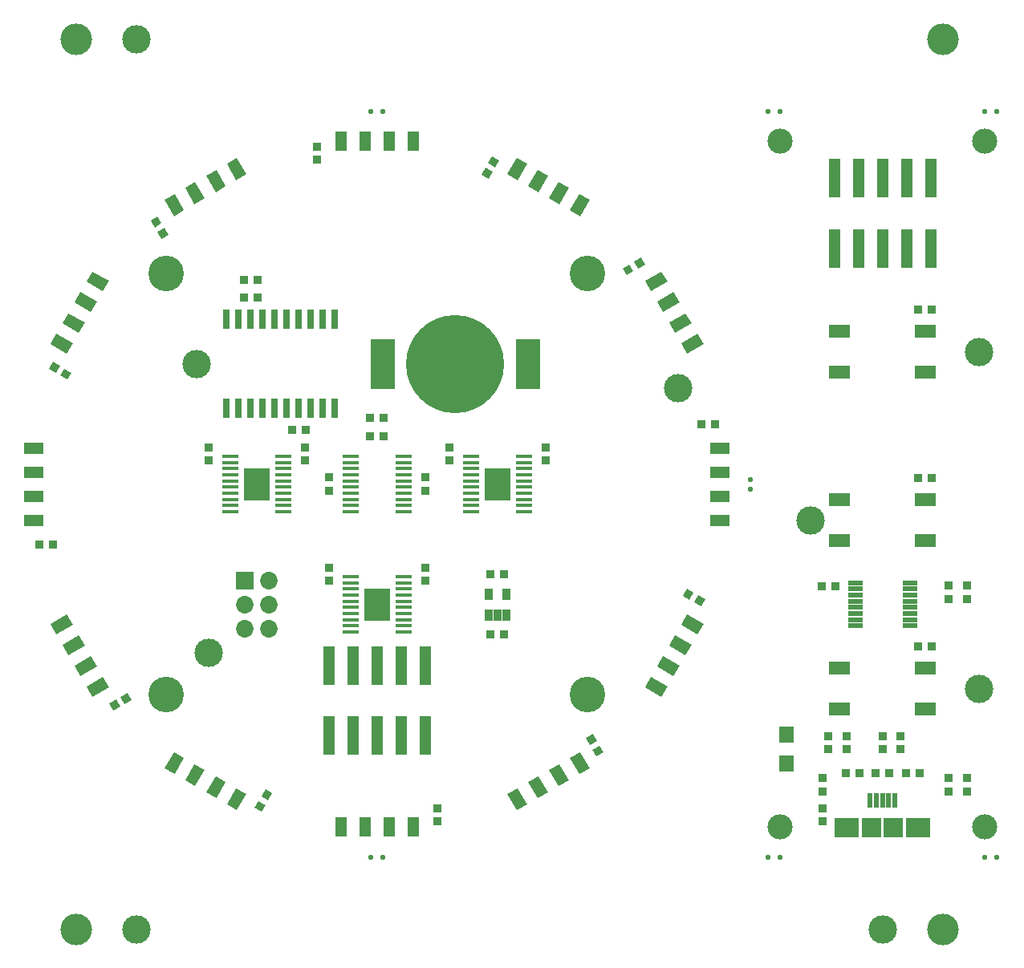
<source format=gbr>
G04 (created by PCBNEW (2013-07-07 BZR 4022)-stable) date 11/9/2013 7:35:54 PM*
%MOIN*%
G04 Gerber Fmt 3.4, Leading zero omitted, Abs format*
%FSLAX34Y34*%
G01*
G70*
G90*
G04 APERTURE LIST*
%ADD10C,0.006*%
%ADD11C,0.104425*%
%ADD12R,0.0453701X0.159543*%
%ADD13C,0.021*%
%ADD14C,0.147732*%
%ADD15R,0.0335591X0.0335591*%
%ADD16R,0.0886772X0.0571811*%
%ADD17R,0.0611181X0.0709606*%
%ADD18C,0.407575*%
%ADD19R,0.104425X0.206787*%
%ADD20R,0.0729291X0.0729291*%
%ADD21C,0.0729291*%
%ADD22R,0.0685039X0.0173228*%
%ADD23R,0.109134X0.135906*%
%ADD24R,0.023622X0.0629921*%
%ADD25R,0.0984252X0.0826772*%
%ADD26R,0.0787402X0.0826772*%
%ADD27R,0.0268661X0.0839528*%
%ADD28R,0.0334646X0.0496063*%
%ADD29R,0.0611X0.0198*%
%ADD30R,0.0788346X0.0493071*%
%ADD31R,0.0493071X0.0788346*%
%ADD32C,0.131*%
%ADD33C,0.11811*%
G04 APERTURE END LIST*
G54D10*
G54D11*
X40250Y6750D03*
X31750Y6750D03*
X40250Y35250D03*
X31750Y35250D03*
G54D12*
X17000Y13456D03*
X17000Y10543D03*
X16000Y13456D03*
X16000Y10543D03*
X15000Y13456D03*
X15000Y10543D03*
X14000Y13456D03*
X14000Y10543D03*
X13000Y13456D03*
X13000Y10543D03*
X34000Y30793D03*
X34000Y33706D03*
X35000Y30793D03*
X35000Y33706D03*
X36000Y30793D03*
X36000Y33706D03*
X37000Y30793D03*
X37000Y33706D03*
X38000Y30793D03*
X38000Y33706D03*
G54D13*
X30500Y21200D03*
X30500Y20800D03*
G54D14*
X6250Y29750D03*
G54D15*
X33500Y6974D03*
X33500Y7525D03*
X33500Y8224D03*
X33500Y8775D03*
G54D16*
X34208Y13346D03*
X37791Y11653D03*
X34208Y11653D03*
X37791Y13346D03*
X34208Y20346D03*
X37791Y18653D03*
X34208Y18653D03*
X37791Y20346D03*
X34208Y27346D03*
X37791Y25653D03*
X34208Y25653D03*
X37791Y27346D03*
G54D15*
X9474Y28750D03*
X10025Y28750D03*
G54D14*
X23750Y12250D03*
X6250Y12250D03*
X23750Y29750D03*
G54D17*
X32000Y10600D03*
X32000Y9399D03*
G54D18*
X18250Y26000D03*
G54D19*
X15238Y26000D03*
X21261Y26000D03*
G54D10*
G36*
X5592Y31960D02*
X5883Y32127D01*
X6051Y31837D01*
X5760Y31669D01*
X5592Y31960D01*
X5592Y31960D01*
G37*
G36*
X5868Y31482D02*
X6159Y31650D01*
X6327Y31359D01*
X6036Y31192D01*
X5868Y31482D01*
X5868Y31482D01*
G37*
G36*
X1372Y25786D02*
X1539Y26077D01*
X1830Y25909D01*
X1662Y25618D01*
X1372Y25786D01*
X1372Y25786D01*
G37*
G36*
X1849Y25510D02*
X2017Y25801D01*
X2307Y25633D01*
X2140Y25342D01*
X1849Y25510D01*
X1849Y25510D01*
G37*
G54D15*
X37474Y14250D03*
X38025Y14250D03*
X35025Y9000D03*
X34474Y9000D03*
X34500Y9974D03*
X34500Y10525D03*
X33750Y10525D03*
X33750Y9974D03*
X37525Y9000D03*
X36974Y9000D03*
X35724Y9000D03*
X36275Y9000D03*
X36000Y9974D03*
X36000Y10525D03*
X974Y18500D03*
X1525Y18500D03*
X33474Y16750D03*
X34025Y16750D03*
X38750Y16775D03*
X38750Y16224D03*
X39500Y16775D03*
X39500Y16224D03*
X10025Y29500D03*
X9474Y29500D03*
X11474Y23250D03*
X12025Y23250D03*
X8000Y22525D03*
X8000Y21974D03*
X18000Y21974D03*
X18000Y22525D03*
X37474Y28250D03*
X38025Y28250D03*
X37474Y21250D03*
X38025Y21250D03*
X36750Y9974D03*
X36750Y10525D03*
X17000Y20724D03*
X17000Y21275D03*
X13000Y21275D03*
X13000Y20724D03*
X15275Y23000D03*
X14724Y23000D03*
X12000Y22525D03*
X12000Y21974D03*
X17000Y17525D03*
X17000Y16974D03*
X13000Y17525D03*
X13000Y16974D03*
X22000Y22525D03*
X22000Y21974D03*
X20275Y14750D03*
X19724Y14750D03*
X20275Y17250D03*
X19724Y17250D03*
G54D10*
G36*
X19786Y34627D02*
X20077Y34460D01*
X19909Y34169D01*
X19618Y34337D01*
X19786Y34627D01*
X19786Y34627D01*
G37*
G36*
X19510Y34150D02*
X19801Y33982D01*
X19633Y33692D01*
X19342Y33859D01*
X19510Y34150D01*
X19510Y34150D01*
G37*
G54D15*
X29025Y23500D03*
X28474Y23500D03*
G54D10*
G36*
X25960Y30407D02*
X26127Y30116D01*
X25837Y29948D01*
X25669Y30239D01*
X25960Y30407D01*
X25960Y30407D01*
G37*
G36*
X25482Y30131D02*
X25650Y29840D01*
X25359Y29672D01*
X25192Y29963D01*
X25482Y30131D01*
X25482Y30131D01*
G37*
G54D15*
X12500Y35025D03*
X12500Y34474D03*
G54D10*
G36*
X24407Y9839D02*
X24116Y9672D01*
X23948Y9962D01*
X24239Y10130D01*
X24407Y9839D01*
X24407Y9839D01*
G37*
G36*
X24131Y10317D02*
X23840Y10149D01*
X23672Y10440D01*
X23963Y10607D01*
X24131Y10317D01*
X24131Y10317D01*
G37*
G36*
X10213Y7372D02*
X9922Y7539D01*
X10090Y7830D01*
X10381Y7662D01*
X10213Y7372D01*
X10213Y7372D01*
G37*
G36*
X10489Y7849D02*
X10198Y8017D01*
X10366Y8307D01*
X10657Y8140D01*
X10489Y7849D01*
X10489Y7849D01*
G37*
G54D15*
X17500Y6974D03*
X17500Y7525D03*
G54D10*
G36*
X4039Y11592D02*
X3872Y11883D01*
X4162Y12051D01*
X4330Y11760D01*
X4039Y11592D01*
X4039Y11592D01*
G37*
G36*
X4517Y11868D02*
X4349Y12159D01*
X4640Y12327D01*
X4807Y12036D01*
X4517Y11868D01*
X4517Y11868D01*
G37*
G36*
X28627Y16213D02*
X28460Y15922D01*
X28169Y16090D01*
X28337Y16381D01*
X28627Y16213D01*
X28627Y16213D01*
G37*
G36*
X28150Y16489D02*
X27982Y16198D01*
X27692Y16366D01*
X27859Y16657D01*
X28150Y16489D01*
X28150Y16489D01*
G37*
G54D15*
X38750Y8775D03*
X38750Y8224D03*
X39500Y8775D03*
X39500Y8224D03*
X15275Y23750D03*
X14724Y23750D03*
G54D20*
X9500Y17000D03*
G54D21*
X10500Y17000D03*
X9500Y16000D03*
X10500Y16000D03*
X9500Y15000D03*
X10500Y15000D03*
G54D22*
X11102Y21895D03*
X11102Y22151D03*
X11102Y21639D03*
X11102Y21383D03*
X11102Y21127D03*
X11102Y20872D03*
X11102Y20616D03*
X11102Y20360D03*
X8897Y19848D03*
X8897Y20104D03*
X8897Y20360D03*
X8897Y20616D03*
X8897Y22151D03*
X8897Y21895D03*
X8897Y21639D03*
X8897Y21383D03*
X8897Y21127D03*
X8897Y20872D03*
G54D23*
X10000Y21000D03*
G54D22*
X11102Y20104D03*
X11102Y19848D03*
X16102Y16895D03*
X16102Y17151D03*
X16102Y16639D03*
X16102Y16383D03*
X16102Y16127D03*
X16102Y15872D03*
X16102Y15616D03*
X16102Y15360D03*
X13897Y14848D03*
X13897Y15104D03*
X13897Y15360D03*
X13897Y15616D03*
X13897Y17151D03*
X13897Y16895D03*
X13897Y16639D03*
X13897Y16383D03*
X13897Y16127D03*
X13897Y15872D03*
G54D23*
X15000Y16000D03*
G54D22*
X16102Y15104D03*
X16102Y14848D03*
X21102Y21895D03*
X21102Y22151D03*
X21102Y21639D03*
X21102Y21383D03*
X21102Y21127D03*
X21102Y20872D03*
X21102Y20616D03*
X21102Y20360D03*
X18897Y19848D03*
X18897Y20104D03*
X18897Y20360D03*
X18897Y20616D03*
X18897Y22151D03*
X18897Y21895D03*
X18897Y21639D03*
X18897Y21383D03*
X18897Y21127D03*
X18897Y20872D03*
G54D23*
X20000Y21000D03*
G54D22*
X21102Y20104D03*
X21102Y19848D03*
G54D24*
X35488Y7852D03*
X35744Y7852D03*
X36000Y7852D03*
X36255Y7852D03*
X36511Y7852D03*
G54D25*
X34523Y6730D03*
X37476Y6730D03*
G54D26*
X36452Y6730D03*
X35547Y6730D03*
G54D27*
X8750Y24155D03*
X9250Y24155D03*
X9750Y24155D03*
X10250Y24155D03*
X10750Y24155D03*
X11250Y24155D03*
X11750Y24155D03*
X12250Y24155D03*
X12750Y24155D03*
X13250Y24155D03*
X13250Y27844D03*
X12750Y27844D03*
X12250Y27844D03*
X11750Y27844D03*
X11250Y27844D03*
X10750Y27844D03*
X10250Y27844D03*
X9750Y27844D03*
X9250Y27844D03*
X8750Y27844D03*
G54D28*
X19625Y15566D03*
X20000Y15566D03*
X20374Y15566D03*
X20374Y16433D03*
X19625Y16433D03*
G54D29*
X34868Y16896D03*
X34868Y16640D03*
X34868Y16384D03*
X34868Y16128D03*
X34868Y15872D03*
X34868Y15616D03*
X34868Y15360D03*
X34868Y15104D03*
X37132Y15104D03*
X37132Y15360D03*
X37132Y15616D03*
X37132Y15872D03*
X37132Y16128D03*
X37132Y16384D03*
X37132Y16640D03*
X37132Y16896D03*
G54D30*
X748Y19500D03*
X748Y20500D03*
G54D10*
G36*
X2123Y15579D02*
X2369Y15152D01*
X1687Y14758D01*
X1440Y15185D01*
X2123Y15579D01*
X2123Y15579D01*
G37*
G36*
X2623Y14719D02*
X2869Y14292D01*
X2187Y13898D01*
X1940Y14325D01*
X2623Y14719D01*
X2623Y14719D01*
G37*
G36*
X3123Y13849D02*
X3369Y13422D01*
X2687Y13028D01*
X2440Y13455D01*
X3123Y13849D01*
X3123Y13849D01*
G37*
G36*
X3623Y12989D02*
X3869Y12562D01*
X3187Y12168D01*
X2940Y12595D01*
X3623Y12989D01*
X3623Y12989D01*
G37*
G36*
X6562Y9869D02*
X6989Y9623D01*
X6595Y8940D01*
X6168Y9187D01*
X6562Y9869D01*
X6562Y9869D01*
G37*
G36*
X7422Y9369D02*
X7849Y9123D01*
X7455Y8440D01*
X7028Y8687D01*
X7422Y9369D01*
X7422Y9369D01*
G37*
G36*
X8292Y8869D02*
X8719Y8623D01*
X8325Y7940D01*
X7898Y8187D01*
X8292Y8869D01*
X8292Y8869D01*
G37*
G54D30*
X748Y21500D03*
X748Y22500D03*
G54D10*
G36*
X2369Y26847D02*
X2123Y26420D01*
X1440Y26814D01*
X1687Y27241D01*
X2369Y26847D01*
X2369Y26847D01*
G37*
G36*
X2869Y27707D02*
X2623Y27280D01*
X1940Y27674D01*
X2187Y28101D01*
X2869Y27707D01*
X2869Y27707D01*
G37*
G36*
X3869Y29437D02*
X3623Y29010D01*
X2940Y29404D01*
X3187Y29831D01*
X3869Y29437D01*
X3869Y29437D01*
G37*
G36*
X6989Y32376D02*
X6562Y32130D01*
X6168Y32812D01*
X6595Y33059D01*
X6989Y32376D01*
X6989Y32376D01*
G37*
G36*
X7849Y32876D02*
X7422Y32630D01*
X7028Y33312D01*
X7455Y33559D01*
X7849Y32876D01*
X7849Y32876D01*
G37*
G36*
X8719Y33376D02*
X8292Y33130D01*
X7898Y33812D01*
X8325Y34059D01*
X8719Y33376D01*
X8719Y33376D01*
G37*
G36*
X9579Y33876D02*
X9152Y33630D01*
X8758Y34312D01*
X9185Y34559D01*
X9579Y33876D01*
X9579Y33876D01*
G37*
G36*
X3369Y28577D02*
X3123Y28150D01*
X2440Y28544D01*
X2687Y28971D01*
X3369Y28577D01*
X3369Y28577D01*
G37*
G36*
X22577Y32630D02*
X22150Y32876D01*
X22544Y33559D01*
X22971Y33312D01*
X22577Y32630D01*
X22577Y32630D01*
G37*
G36*
X21707Y33130D02*
X21280Y33376D01*
X21674Y34059D01*
X22101Y33812D01*
X21707Y33130D01*
X21707Y33130D01*
G37*
G36*
X20847Y33630D02*
X20420Y33876D01*
X20814Y34559D01*
X21241Y34312D01*
X20847Y33630D01*
X20847Y33630D01*
G37*
G54D31*
X16500Y35251D03*
X15500Y35251D03*
X14500Y35251D03*
X13500Y35251D03*
G54D10*
G36*
X23437Y32130D02*
X23010Y32376D01*
X23404Y33059D01*
X23831Y32812D01*
X23437Y32130D01*
X23437Y32130D01*
G37*
G36*
X26376Y29010D02*
X26130Y29437D01*
X26812Y29831D01*
X27059Y29404D01*
X26376Y29010D01*
X26376Y29010D01*
G37*
G36*
X26876Y28150D02*
X26630Y28577D01*
X27312Y28971D01*
X27559Y28544D01*
X26876Y28150D01*
X26876Y28150D01*
G37*
G36*
X27376Y27280D02*
X27130Y27707D01*
X27812Y28101D01*
X28059Y27674D01*
X27376Y27280D01*
X27376Y27280D01*
G37*
G36*
X27876Y26420D02*
X27630Y26847D01*
X28312Y27241D01*
X28559Y26814D01*
X27876Y26420D01*
X27876Y26420D01*
G37*
G54D30*
X29251Y22500D03*
G54D10*
G36*
X20420Y8123D02*
X20847Y8369D01*
X21241Y7687D01*
X20814Y7440D01*
X20420Y8123D01*
X20420Y8123D01*
G37*
G54D30*
X29251Y20500D03*
X29251Y19500D03*
G54D10*
G36*
X27630Y15152D02*
X27876Y15579D01*
X28559Y15185D01*
X28312Y14758D01*
X27630Y15152D01*
X27630Y15152D01*
G37*
G36*
X27130Y14292D02*
X27376Y14719D01*
X28059Y14325D01*
X27812Y13898D01*
X27130Y14292D01*
X27130Y14292D01*
G37*
G36*
X26630Y13422D02*
X26876Y13849D01*
X27559Y13455D01*
X27312Y13028D01*
X26630Y13422D01*
X26630Y13422D01*
G37*
G36*
X26130Y12562D02*
X26376Y12989D01*
X27059Y12595D01*
X26812Y12168D01*
X26130Y12562D01*
X26130Y12562D01*
G37*
G36*
X23010Y9623D02*
X23437Y9869D01*
X23831Y9187D01*
X23404Y8940D01*
X23010Y9623D01*
X23010Y9623D01*
G37*
G36*
X22150Y9123D02*
X22577Y9369D01*
X22971Y8687D01*
X22544Y8440D01*
X22150Y9123D01*
X22150Y9123D01*
G37*
G36*
X21280Y8623D02*
X21707Y8869D01*
X22101Y8187D01*
X21674Y7940D01*
X21280Y8623D01*
X21280Y8623D01*
G37*
G54D31*
X16500Y6748D03*
X15500Y6748D03*
X14500Y6748D03*
X13500Y6748D03*
G54D10*
G36*
X9152Y8369D02*
X9579Y8123D01*
X9185Y7440D01*
X8758Y7687D01*
X9152Y8369D01*
X9152Y8369D01*
G37*
G54D30*
X29251Y21500D03*
G54D22*
X16102Y21895D03*
X16102Y22151D03*
X16102Y21639D03*
X16102Y21383D03*
X16102Y21127D03*
X16102Y20872D03*
X16102Y20616D03*
X16102Y20360D03*
X13897Y19848D03*
X13897Y20104D03*
X13897Y20360D03*
X13897Y20616D03*
X13897Y22151D03*
X13897Y21895D03*
X13897Y21639D03*
X13897Y21383D03*
X13897Y21127D03*
X13897Y20872D03*
X16102Y20104D03*
X16102Y19848D03*
G54D13*
X14750Y5500D03*
X15250Y5500D03*
X31250Y5500D03*
X31750Y5500D03*
X40250Y5500D03*
X40750Y5500D03*
X40750Y36500D03*
X40250Y36500D03*
X31250Y36500D03*
X31750Y36500D03*
X14750Y36500D03*
X15250Y36500D03*
G54D32*
X2500Y39500D03*
X38500Y39500D03*
X38500Y2500D03*
X2500Y2500D03*
G54D33*
X8000Y14000D03*
X7500Y26000D03*
X27500Y25000D03*
X5000Y39500D03*
X5000Y2500D03*
X36000Y2500D03*
X40000Y26500D03*
X40000Y12500D03*
X33000Y19500D03*
M02*

</source>
